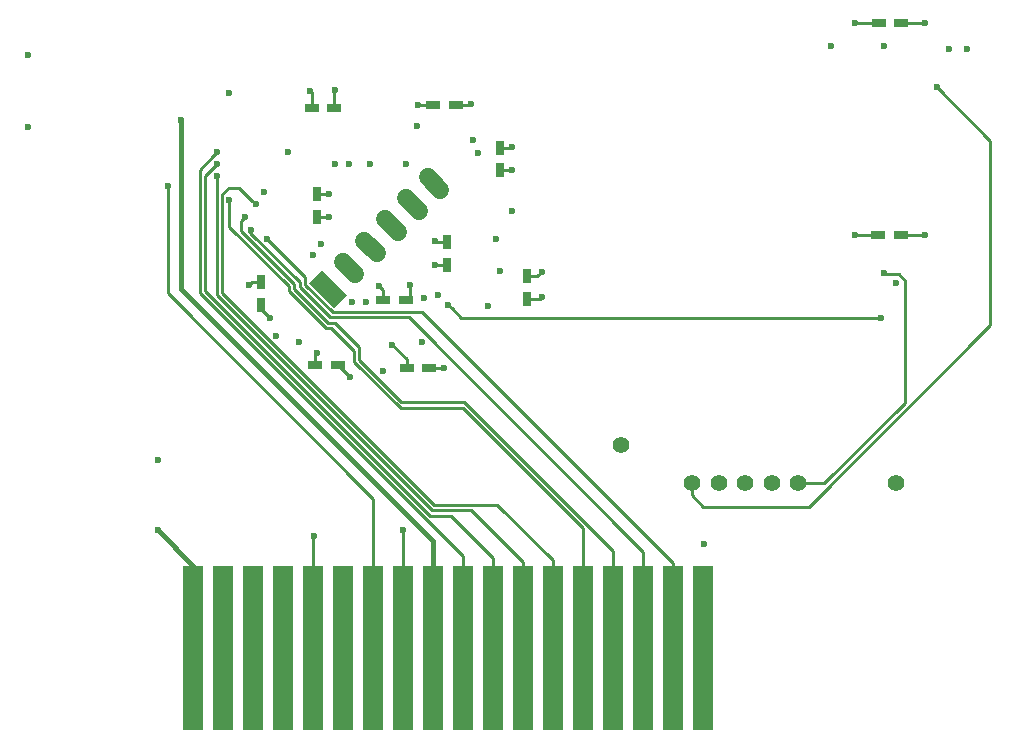
<source format=gbl>
G04 #@! TF.FileFunction,Copper,L4,Bot,Signal*
%FSLAX46Y46*%
G04 Gerber Fmt 4.6, Leading zero omitted, Abs format (unit mm)*
G04 Created by KiCad (PCBNEW 4.0.7) date 02/05/19 23:34:14*
%MOMM*%
%LPD*%
G01*
G04 APERTURE LIST*
%ADD10C,0.100000*%
%ADD11C,1.400000*%
%ADD12R,0.750000X1.200000*%
%ADD13R,1.200000X0.750000*%
%ADD14R,1.780000X14.000000*%
%ADD15C,1.510000*%
%ADD16C,0.600000*%
%ADD17C,0.250000*%
%ADD18C,0.400000*%
G04 APERTURE END LIST*
D10*
D11*
X180500000Y-114000000D03*
X157250000Y-110750000D03*
D12*
X131500000Y-91450000D03*
X131500000Y-89550000D03*
D13*
X137100000Y-98500000D03*
X139000000Y-98500000D03*
D12*
X142500000Y-93600000D03*
X142500000Y-95500000D03*
X147000000Y-85600000D03*
X147000000Y-87500000D03*
D13*
X131050000Y-82250000D03*
X132950000Y-82250000D03*
X180900000Y-93000000D03*
X179000000Y-93000000D03*
X180950000Y-75000000D03*
X179050000Y-75000000D03*
D14*
X164180000Y-128000000D03*
X161640000Y-128000000D03*
X159100000Y-128000000D03*
X156560000Y-128000000D03*
X154020000Y-128000000D03*
X151480000Y-128000000D03*
X148940000Y-128000000D03*
X146400000Y-128000000D03*
X143860000Y-128000000D03*
X141320000Y-128000000D03*
X138780000Y-128000000D03*
X136240000Y-128000000D03*
X133700000Y-128000000D03*
X131160000Y-128000000D03*
X128620000Y-128000000D03*
X126080000Y-128000000D03*
X123540000Y-128000000D03*
X121000000Y-128000000D03*
D10*
G36*
X132938228Y-99190163D02*
X130809837Y-97061772D01*
X131877568Y-95994041D01*
X134005959Y-98122432D01*
X132938228Y-99190163D01*
X132938228Y-99190163D01*
G37*
D15*
X133673619Y-95265721D02*
X134734279Y-96326381D01*
X135469670Y-93469670D02*
X136530330Y-94530330D01*
X137265722Y-91673618D02*
X138326382Y-92734278D01*
X139061773Y-89877567D02*
X140122433Y-90938227D01*
X140857824Y-88081516D02*
X141918484Y-89142176D01*
D12*
X149250000Y-96500000D03*
X149250000Y-98400000D03*
D13*
X141350000Y-82000000D03*
X143250000Y-82000000D03*
X139100000Y-104250000D03*
X141000000Y-104250000D03*
D12*
X126750000Y-98900000D03*
X126750000Y-97000000D03*
D13*
X131350000Y-104000000D03*
X133250000Y-104000000D03*
D11*
X165500000Y-114000000D03*
X167750000Y-114000000D03*
X170000000Y-114000000D03*
X172250000Y-114000000D03*
X163250000Y-114000000D03*
D16*
X107031664Y-83816910D03*
X127500000Y-100000000D03*
X131500000Y-103000000D03*
X150500000Y-96099967D03*
X140000000Y-82000000D03*
X128003118Y-101554848D03*
X137874990Y-102289841D03*
X131818934Y-93739173D03*
X135610695Y-98676201D03*
X140542554Y-98335716D03*
X130934292Y-80795340D03*
X136752953Y-97346987D03*
X145163471Y-86059885D03*
X134221457Y-87006163D03*
X148021424Y-85567846D03*
X136000000Y-87000000D03*
X139000000Y-87000000D03*
X146647113Y-93365248D03*
X132500000Y-91500000D03*
X141500000Y-93500000D03*
X177000000Y-93000000D03*
X186504710Y-77250361D03*
X179496256Y-77014121D03*
X183000000Y-75000000D03*
X184984203Y-77283804D03*
X106999406Y-77720173D03*
X125750000Y-97250000D03*
X134250000Y-105000000D03*
X142250000Y-104250000D03*
X150500000Y-98250000D03*
X144549124Y-81911278D03*
X133013069Y-80684095D03*
X129941947Y-102058049D03*
X139344452Y-97266439D03*
X141730825Y-98031133D03*
X131154388Y-94723500D03*
X134449950Y-98645248D03*
X126977540Y-89377295D03*
X144674017Y-84961333D03*
X139975553Y-83778773D03*
X148033637Y-87473014D03*
X164248305Y-119141288D03*
X133000000Y-87000000D03*
X148000000Y-91000000D03*
X147000000Y-96000000D03*
X146000000Y-99000000D03*
X129000000Y-86000000D03*
X132500000Y-89500000D03*
X141500000Y-95500000D03*
X118000000Y-112000000D03*
X118000000Y-118000000D03*
X180506838Y-97044952D03*
X175000000Y-77000000D03*
X177000000Y-75000000D03*
X183000000Y-93000000D03*
X124000000Y-81000000D03*
X120000000Y-83250000D03*
X127283939Y-93334940D03*
X125916453Y-92603865D03*
X125396021Y-91468777D03*
X124075021Y-90000000D03*
X126300962Y-90389056D03*
X123000000Y-88000000D03*
X123000000Y-87000000D03*
X123000000Y-86000000D03*
X118836032Y-88856032D03*
X179500000Y-96250000D03*
X184000000Y-80500000D03*
X138802906Y-118003653D03*
X140396325Y-102012426D03*
X137038711Y-104540107D03*
X131250000Y-118500000D03*
X179250000Y-100000000D03*
X142614179Y-98901302D03*
D17*
X139100000Y-104250000D02*
X139100000Y-103514851D01*
X139100000Y-103514851D02*
X137874990Y-102289841D01*
X142500000Y-93600000D02*
X141600000Y-93600000D01*
X141600000Y-93600000D02*
X141500000Y-93500000D01*
X131500000Y-91450000D02*
X132450000Y-91450000D01*
X132450000Y-91450000D02*
X132500000Y-91500000D01*
X126750000Y-98900000D02*
X126750000Y-99250000D01*
X126750000Y-99250000D02*
X127500000Y-100000000D01*
X131350000Y-104000000D02*
X131350000Y-103150000D01*
X131350000Y-103150000D02*
X131500000Y-103000000D01*
X150200001Y-96399966D02*
X150500000Y-96099967D01*
X149250000Y-96500000D02*
X150099967Y-96500000D01*
X150099967Y-96500000D02*
X150200001Y-96399966D01*
X141350000Y-82000000D02*
X140000000Y-82000000D01*
X131050000Y-82250000D02*
X131050000Y-80911048D01*
X131050000Y-80911048D02*
X130934292Y-80795340D01*
X137111923Y-98490482D02*
X137111923Y-97705957D01*
X137111923Y-97705957D02*
X137052952Y-97646986D01*
X137052952Y-97646986D02*
X136752953Y-97346987D01*
X147000000Y-85600000D02*
X147950000Y-85600000D01*
X147950000Y-85600000D02*
X148000000Y-85550000D01*
X179000000Y-93000000D02*
X177000000Y-93000000D01*
X180950000Y-75000000D02*
X183000000Y-75000000D01*
X131500000Y-89550000D02*
X132450000Y-89550000D01*
X132450000Y-89550000D02*
X132500000Y-89500000D01*
X126000000Y-97000000D02*
X125750000Y-97250000D01*
X126750000Y-97000000D02*
X126000000Y-97000000D01*
X133250000Y-104000000D02*
X134250000Y-105000000D01*
X141000000Y-104250000D02*
X142250000Y-104250000D01*
X149250000Y-98400000D02*
X150350000Y-98400000D01*
X150350000Y-98400000D02*
X150500000Y-98250000D01*
X144460402Y-82000000D02*
X144549124Y-81911278D01*
X143250000Y-82000000D02*
X144460402Y-82000000D01*
X132950000Y-82250000D02*
X132950000Y-80747164D01*
X132950000Y-80747164D02*
X133013069Y-80684095D01*
X139344452Y-97690703D02*
X139344452Y-97266439D01*
X139344452Y-98254431D02*
X139344452Y-97690703D01*
X139046495Y-98552388D02*
X139344452Y-98254431D01*
X147000000Y-87500000D02*
X147950000Y-87500000D01*
X147950000Y-87500000D02*
X148000000Y-87550000D01*
X142500000Y-95500000D02*
X141500000Y-95500000D01*
D18*
X121000000Y-121890000D02*
X121000000Y-121002242D01*
X121000000Y-121002242D02*
X118000000Y-118002242D01*
X118000000Y-118002242D02*
X118000000Y-118000000D01*
D17*
X121000000Y-128000000D02*
X121000000Y-121890000D01*
X179050000Y-75000000D02*
X177000000Y-75000000D01*
X180900000Y-93000000D02*
X183000000Y-93000000D01*
X180900000Y-93000000D02*
X181000000Y-93000000D01*
D18*
X120000000Y-97574199D02*
X120000000Y-83250000D01*
X141320000Y-128000000D02*
X141320000Y-118894199D01*
X141320000Y-118894199D02*
X120000000Y-97574199D01*
D17*
X161640000Y-120750000D02*
X140405173Y-99515173D01*
X140405173Y-99515173D02*
X132803603Y-99515173D01*
X132803603Y-99515173D02*
X130484827Y-97196397D01*
X161640000Y-128000000D02*
X161640000Y-120750000D01*
X130484827Y-97196397D02*
X130484827Y-96535828D01*
X130484827Y-96535828D02*
X127583938Y-93634939D01*
X127583938Y-93634939D02*
X127283939Y-93334940D01*
X159100000Y-128000000D02*
X159100000Y-119791099D01*
X159100000Y-119791099D02*
X139274085Y-99965184D01*
X130034816Y-96969718D02*
X125847786Y-92782688D01*
X139274085Y-99965184D02*
X132617203Y-99965184D01*
X125847786Y-92672532D02*
X125916453Y-92603865D01*
X132617203Y-99965184D02*
X130034816Y-97382797D01*
X130034816Y-97382797D02*
X130034816Y-96969718D01*
X125847786Y-92782688D02*
X125847786Y-92672532D01*
X125096022Y-92667332D02*
X125096022Y-91768776D01*
X129584805Y-97156116D02*
X125096022Y-92667332D01*
X132430803Y-100415195D02*
X129584805Y-97569197D01*
X125096022Y-91768776D02*
X125396021Y-91468777D01*
X135075023Y-103548398D02*
X135075023Y-102488115D01*
X133002103Y-100415195D02*
X132430803Y-100415195D01*
X135075023Y-102488115D02*
X133002103Y-100415195D01*
X138634833Y-107108208D02*
X135075023Y-103548398D01*
X156560000Y-119742587D02*
X143925621Y-107108208D01*
X156560000Y-128000000D02*
X156560000Y-119742587D01*
X129584805Y-97569197D02*
X129584805Y-97156116D01*
X143925621Y-107108208D02*
X138634833Y-107108208D01*
X154020000Y-121890000D02*
X154020000Y-117838998D01*
X154020000Y-117838998D02*
X143856001Y-107674999D01*
X143856001Y-107674999D02*
X138565213Y-107674999D01*
X138565213Y-107674999D02*
X134625012Y-103734798D01*
X134625012Y-103734798D02*
X134625012Y-102832732D01*
X134625012Y-102832732D02*
X132657486Y-100865206D01*
X132657486Y-100865206D02*
X132244403Y-100865206D01*
X132244403Y-100865206D02*
X129134794Y-97755597D01*
X129134794Y-97755597D02*
X129134794Y-97342516D01*
X124075021Y-92282741D02*
X124075021Y-90424264D01*
X129134794Y-97342516D02*
X124075021Y-92282741D01*
X124075021Y-90424264D02*
X124075021Y-90000000D01*
X154020000Y-121890000D02*
X154127123Y-121782877D01*
X154020000Y-128000000D02*
X154020000Y-121890000D01*
X151480000Y-128000000D02*
X151480000Y-120540768D01*
X141389371Y-115825001D02*
X123450011Y-97885641D01*
X123450011Y-89549989D02*
X124000000Y-89000000D01*
X151480000Y-120540768D02*
X146764233Y-115825001D01*
X124000000Y-89000000D02*
X124911906Y-89000000D01*
X146764233Y-115825001D02*
X141389371Y-115825001D01*
X123450011Y-97885641D02*
X123450011Y-89549989D01*
X124911906Y-89000000D02*
X126000963Y-90089057D01*
X126000963Y-90089057D02*
X126300962Y-90389056D01*
X148940000Y-128000000D02*
X148940000Y-120679253D01*
X148940000Y-120679253D02*
X144535759Y-116275012D01*
X144535759Y-116275012D02*
X141202971Y-116275012D01*
X123000000Y-98072041D02*
X123000000Y-88424264D01*
X141202971Y-116275012D02*
X123000000Y-98072041D01*
X123000000Y-88424264D02*
X123000000Y-88000000D01*
X146400000Y-128000000D02*
X146400000Y-120380435D01*
X122000000Y-97708452D02*
X122000000Y-88000000D01*
X146400000Y-120380435D02*
X142820633Y-116801068D01*
X142820633Y-116801068D02*
X141092616Y-116801068D01*
X141092616Y-116801068D02*
X122000000Y-97708452D01*
X122000000Y-88000000D02*
X122700001Y-87299999D01*
X122700001Y-87299999D02*
X123000000Y-87000000D01*
X143860000Y-128000000D02*
X143860000Y-120204862D01*
X122700001Y-86299999D02*
X123000000Y-86000000D01*
X143860000Y-120204862D02*
X121549989Y-97894851D01*
X121549989Y-97894851D02*
X121549989Y-87450011D01*
X121549989Y-87450011D02*
X122700001Y-86299999D01*
X118836032Y-89280296D02*
X118836032Y-88856032D01*
X118836032Y-97902708D02*
X118836032Y-89280296D01*
X136240000Y-115306676D02*
X118836032Y-97902708D01*
X136240000Y-128000000D02*
X136240000Y-115306676D01*
X180208921Y-96316636D02*
X179566636Y-96316636D01*
X179566636Y-96316636D02*
X179500000Y-96250000D01*
X172250000Y-114000000D02*
X174442280Y-114000000D01*
X174442280Y-114000000D02*
X181260396Y-107181884D01*
X181260396Y-107181884D02*
X181260396Y-96848027D01*
X181260396Y-96848027D02*
X180729005Y-96316636D01*
X180729005Y-96316636D02*
X180208921Y-96316636D01*
X163250000Y-114000000D02*
X163250000Y-115038660D01*
X163250000Y-115038660D02*
X164211340Y-116000000D01*
X164211340Y-116000000D02*
X173143490Y-116000000D01*
X173143490Y-116000000D02*
X188500000Y-100643490D01*
X188500000Y-100643490D02*
X188500000Y-85000000D01*
X188500000Y-85000000D02*
X184000000Y-80500000D01*
X138780000Y-118026559D02*
X138802906Y-118003653D01*
X138780000Y-128000000D02*
X138780000Y-118026559D01*
X131160000Y-118590000D02*
X131250000Y-118500000D01*
X131160000Y-128000000D02*
X131160000Y-118590000D01*
X179051164Y-100000000D02*
X179250000Y-100000000D01*
X179051164Y-100000000D02*
X143712877Y-100000000D01*
X143712877Y-100000000D02*
X142914178Y-99201301D01*
X142914178Y-99201301D02*
X142614179Y-98901302D01*
M02*

</source>
